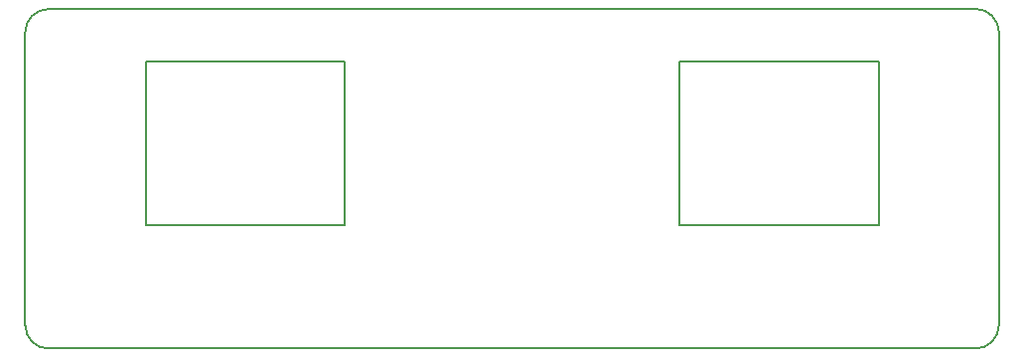
<source format=gbr>
G04 #@! TF.FileFunction,Profile,NP*
%FSLAX46Y46*%
G04 Gerber Fmt 4.6, Leading zero omitted, Abs format (unit mm)*
G04 Created by KiCad (PCBNEW 4.0.6) date Sunday, 17 September 2017 'AMt' 11:45:45*
%MOMM*%
%LPD*%
G01*
G04 APERTURE LIST*
%ADD10C,0.100000*%
%ADD11C,0.150000*%
G04 APERTURE END LIST*
D10*
D11*
X155750000Y-74500000D02*
X155750000Y-88500000D01*
X172750000Y-88500000D02*
X172750000Y-74500000D01*
X172750000Y-74500000D02*
X155750000Y-74500000D01*
X172750000Y-88500000D02*
X155750000Y-88500000D01*
X127250000Y-88500000D02*
X110250000Y-88500000D01*
X110250000Y-74500000D02*
X110250000Y-88500000D01*
X127250000Y-74500000D02*
X110250000Y-74500000D01*
X127250000Y-88500000D02*
X127250000Y-74500000D01*
X183000000Y-72000000D02*
G75*
G03X181000000Y-70000000I-2000000J0D01*
G01*
X181000000Y-99000000D02*
G75*
G03X183000000Y-97000000I0J2000000D01*
G01*
X100000000Y-97000000D02*
G75*
G03X102000000Y-99000000I2000000J0D01*
G01*
X102000000Y-70000000D02*
G75*
G03X100000000Y-72000000I0J-2000000D01*
G01*
X100000000Y-97000000D02*
X100000000Y-72000000D01*
X181000000Y-99000000D02*
X102000000Y-99000000D01*
X183000000Y-72000000D02*
X183000000Y-97000000D01*
X102000000Y-70000000D02*
X181000000Y-70000000D01*
M02*

</source>
